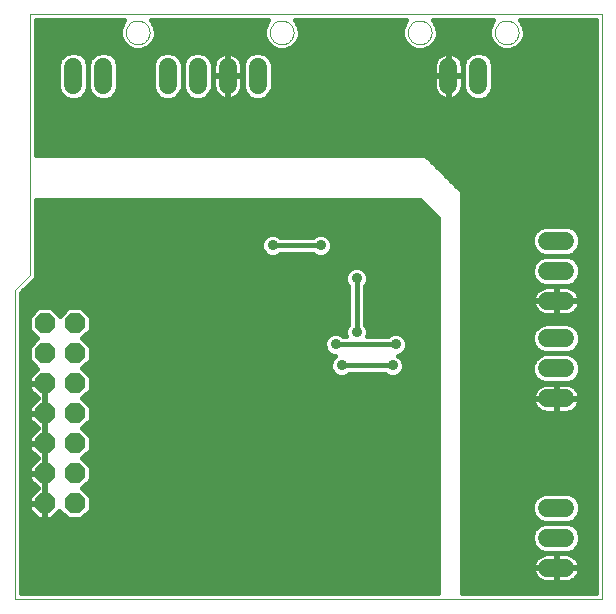
<source format=gbl>
G75*
%MOIN*%
%OFA0B0*%
%FSLAX24Y24*%
%IPPOS*%
%LPD*%
%AMOC8*
5,1,8,0,0,1.08239X$1,22.5*
%
%ADD10C,0.0000*%
%ADD11OC8,0.0672*%
%ADD12C,0.0600*%
%ADD13C,0.0160*%
%ADD14C,0.0356*%
D10*
X000380Y000380D02*
X000380Y010680D01*
X000880Y011180D01*
X000880Y019876D01*
X019950Y019876D01*
X019950Y000380D01*
X000380Y000380D01*
X004086Y019280D02*
X004088Y019319D01*
X004094Y019358D01*
X004104Y019396D01*
X004117Y019433D01*
X004134Y019468D01*
X004154Y019502D01*
X004178Y019533D01*
X004205Y019562D01*
X004234Y019588D01*
X004266Y019611D01*
X004300Y019631D01*
X004336Y019647D01*
X004373Y019659D01*
X004412Y019668D01*
X004451Y019673D01*
X004490Y019674D01*
X004529Y019671D01*
X004568Y019664D01*
X004605Y019653D01*
X004642Y019639D01*
X004677Y019621D01*
X004710Y019600D01*
X004741Y019575D01*
X004769Y019548D01*
X004794Y019518D01*
X004816Y019485D01*
X004835Y019451D01*
X004850Y019415D01*
X004862Y019377D01*
X004870Y019339D01*
X004874Y019300D01*
X004874Y019260D01*
X004870Y019221D01*
X004862Y019183D01*
X004850Y019145D01*
X004835Y019109D01*
X004816Y019075D01*
X004794Y019042D01*
X004769Y019012D01*
X004741Y018985D01*
X004710Y018960D01*
X004677Y018939D01*
X004642Y018921D01*
X004605Y018907D01*
X004568Y018896D01*
X004529Y018889D01*
X004490Y018886D01*
X004451Y018887D01*
X004412Y018892D01*
X004373Y018901D01*
X004336Y018913D01*
X004300Y018929D01*
X004266Y018949D01*
X004234Y018972D01*
X004205Y018998D01*
X004178Y019027D01*
X004154Y019058D01*
X004134Y019092D01*
X004117Y019127D01*
X004104Y019164D01*
X004094Y019202D01*
X004088Y019241D01*
X004086Y019280D01*
X008886Y019280D02*
X008888Y019319D01*
X008894Y019358D01*
X008904Y019396D01*
X008917Y019433D01*
X008934Y019468D01*
X008954Y019502D01*
X008978Y019533D01*
X009005Y019562D01*
X009034Y019588D01*
X009066Y019611D01*
X009100Y019631D01*
X009136Y019647D01*
X009173Y019659D01*
X009212Y019668D01*
X009251Y019673D01*
X009290Y019674D01*
X009329Y019671D01*
X009368Y019664D01*
X009405Y019653D01*
X009442Y019639D01*
X009477Y019621D01*
X009510Y019600D01*
X009541Y019575D01*
X009569Y019548D01*
X009594Y019518D01*
X009616Y019485D01*
X009635Y019451D01*
X009650Y019415D01*
X009662Y019377D01*
X009670Y019339D01*
X009674Y019300D01*
X009674Y019260D01*
X009670Y019221D01*
X009662Y019183D01*
X009650Y019145D01*
X009635Y019109D01*
X009616Y019075D01*
X009594Y019042D01*
X009569Y019012D01*
X009541Y018985D01*
X009510Y018960D01*
X009477Y018939D01*
X009442Y018921D01*
X009405Y018907D01*
X009368Y018896D01*
X009329Y018889D01*
X009290Y018886D01*
X009251Y018887D01*
X009212Y018892D01*
X009173Y018901D01*
X009136Y018913D01*
X009100Y018929D01*
X009066Y018949D01*
X009034Y018972D01*
X009005Y018998D01*
X008978Y019027D01*
X008954Y019058D01*
X008934Y019092D01*
X008917Y019127D01*
X008904Y019164D01*
X008894Y019202D01*
X008888Y019241D01*
X008886Y019280D01*
X013486Y019280D02*
X013488Y019319D01*
X013494Y019358D01*
X013504Y019396D01*
X013517Y019433D01*
X013534Y019468D01*
X013554Y019502D01*
X013578Y019533D01*
X013605Y019562D01*
X013634Y019588D01*
X013666Y019611D01*
X013700Y019631D01*
X013736Y019647D01*
X013773Y019659D01*
X013812Y019668D01*
X013851Y019673D01*
X013890Y019674D01*
X013929Y019671D01*
X013968Y019664D01*
X014005Y019653D01*
X014042Y019639D01*
X014077Y019621D01*
X014110Y019600D01*
X014141Y019575D01*
X014169Y019548D01*
X014194Y019518D01*
X014216Y019485D01*
X014235Y019451D01*
X014250Y019415D01*
X014262Y019377D01*
X014270Y019339D01*
X014274Y019300D01*
X014274Y019260D01*
X014270Y019221D01*
X014262Y019183D01*
X014250Y019145D01*
X014235Y019109D01*
X014216Y019075D01*
X014194Y019042D01*
X014169Y019012D01*
X014141Y018985D01*
X014110Y018960D01*
X014077Y018939D01*
X014042Y018921D01*
X014005Y018907D01*
X013968Y018896D01*
X013929Y018889D01*
X013890Y018886D01*
X013851Y018887D01*
X013812Y018892D01*
X013773Y018901D01*
X013736Y018913D01*
X013700Y018929D01*
X013666Y018949D01*
X013634Y018972D01*
X013605Y018998D01*
X013578Y019027D01*
X013554Y019058D01*
X013534Y019092D01*
X013517Y019127D01*
X013504Y019164D01*
X013494Y019202D01*
X013488Y019241D01*
X013486Y019280D01*
X016386Y019280D02*
X016388Y019319D01*
X016394Y019358D01*
X016404Y019396D01*
X016417Y019433D01*
X016434Y019468D01*
X016454Y019502D01*
X016478Y019533D01*
X016505Y019562D01*
X016534Y019588D01*
X016566Y019611D01*
X016600Y019631D01*
X016636Y019647D01*
X016673Y019659D01*
X016712Y019668D01*
X016751Y019673D01*
X016790Y019674D01*
X016829Y019671D01*
X016868Y019664D01*
X016905Y019653D01*
X016942Y019639D01*
X016977Y019621D01*
X017010Y019600D01*
X017041Y019575D01*
X017069Y019548D01*
X017094Y019518D01*
X017116Y019485D01*
X017135Y019451D01*
X017150Y019415D01*
X017162Y019377D01*
X017170Y019339D01*
X017174Y019300D01*
X017174Y019260D01*
X017170Y019221D01*
X017162Y019183D01*
X017150Y019145D01*
X017135Y019109D01*
X017116Y019075D01*
X017094Y019042D01*
X017069Y019012D01*
X017041Y018985D01*
X017010Y018960D01*
X016977Y018939D01*
X016942Y018921D01*
X016905Y018907D01*
X016868Y018896D01*
X016829Y018889D01*
X016790Y018886D01*
X016751Y018887D01*
X016712Y018892D01*
X016673Y018901D01*
X016636Y018913D01*
X016600Y018929D01*
X016566Y018949D01*
X016534Y018972D01*
X016505Y018998D01*
X016478Y019027D01*
X016454Y019058D01*
X016434Y019092D01*
X016417Y019127D01*
X016404Y019164D01*
X016394Y019202D01*
X016388Y019241D01*
X016386Y019280D01*
D11*
X002380Y009580D03*
X002380Y008580D03*
X002380Y007580D03*
X002380Y006580D03*
X002380Y005580D03*
X002380Y004580D03*
X002380Y003580D03*
X001380Y003580D03*
X001380Y004580D03*
X001380Y005580D03*
X001380Y006580D03*
X001380Y007580D03*
X001380Y008580D03*
X001380Y009580D03*
D12*
X002330Y017530D02*
X002330Y018130D01*
X003330Y018130D02*
X003330Y017530D01*
X005480Y017530D02*
X005480Y018130D01*
X006480Y018130D02*
X006480Y017530D01*
X007480Y017530D02*
X007480Y018130D01*
X008480Y018130D02*
X008480Y017530D01*
X014830Y017530D02*
X014830Y018130D01*
X015830Y018130D02*
X015830Y017530D01*
X018130Y012330D02*
X018730Y012330D01*
X018730Y011330D02*
X018130Y011330D01*
X018130Y010330D02*
X018730Y010330D01*
X018730Y009080D02*
X018130Y009080D01*
X018130Y008080D02*
X018730Y008080D01*
X018730Y007080D02*
X018130Y007080D01*
X018130Y003430D02*
X018730Y003430D01*
X018730Y002430D02*
X018130Y002430D01*
X018130Y001430D02*
X018730Y001430D01*
D13*
X018450Y001410D02*
X018450Y001450D01*
X018410Y001450D01*
X018410Y001910D01*
X018092Y001910D01*
X018018Y001898D01*
X017946Y001875D01*
X017878Y001841D01*
X017817Y001796D01*
X017764Y001743D01*
X017719Y001682D01*
X017685Y001614D01*
X017662Y001542D01*
X017650Y001468D01*
X017650Y001450D01*
X018410Y001450D01*
X018410Y001410D01*
X018450Y001410D01*
X019210Y001410D01*
X019210Y001392D01*
X019198Y001318D01*
X019175Y001246D01*
X019141Y001178D01*
X019096Y001117D01*
X019043Y001064D01*
X018982Y001019D01*
X018914Y000985D01*
X018842Y000962D01*
X018768Y000950D01*
X018450Y000950D01*
X018450Y001410D01*
X018450Y001450D02*
X019210Y001450D01*
X019210Y001468D01*
X019198Y001542D01*
X019175Y001614D01*
X019141Y001682D01*
X019096Y001743D01*
X019043Y001796D01*
X018982Y001841D01*
X018914Y001875D01*
X018842Y001898D01*
X018768Y001910D01*
X018450Y001910D01*
X018450Y001450D01*
X018450Y001490D02*
X018410Y001490D01*
X018410Y001410D02*
X017650Y001410D01*
X017650Y001392D01*
X017662Y001318D01*
X017685Y001246D01*
X017719Y001178D01*
X017764Y001117D01*
X017817Y001064D01*
X017878Y001019D01*
X017946Y000985D01*
X018018Y000962D01*
X018092Y000950D01*
X018410Y000950D01*
X018410Y001410D01*
X018410Y001331D02*
X018450Y001331D01*
X018450Y001173D02*
X018410Y001173D01*
X018410Y001014D02*
X018450Y001014D01*
X018971Y001014D02*
X019750Y001014D01*
X019750Y000856D02*
X015280Y000856D01*
X015280Y001014D02*
X017889Y001014D01*
X017724Y001173D02*
X015280Y001173D01*
X015280Y001331D02*
X017660Y001331D01*
X017653Y001490D02*
X015280Y001490D01*
X015280Y001648D02*
X017702Y001648D01*
X017832Y001807D02*
X015280Y001807D01*
X015280Y001965D02*
X017946Y001965D01*
X018031Y001930D02*
X018829Y001930D01*
X019013Y002006D01*
X019154Y002147D01*
X019230Y002331D01*
X019230Y002529D01*
X019154Y002713D01*
X019013Y002854D01*
X018829Y002930D01*
X018031Y002930D01*
X017847Y002854D01*
X017706Y002713D01*
X017630Y002529D01*
X017630Y002331D01*
X017706Y002147D01*
X017847Y002006D01*
X018031Y001930D01*
X017729Y002124D02*
X015280Y002124D01*
X015280Y002282D02*
X017650Y002282D01*
X017630Y002441D02*
X015280Y002441D01*
X015280Y002599D02*
X017659Y002599D01*
X017750Y002758D02*
X015280Y002758D01*
X015280Y002916D02*
X017997Y002916D01*
X018031Y002930D02*
X018829Y002930D01*
X019013Y003006D01*
X019154Y003147D01*
X019230Y003331D01*
X019230Y003529D01*
X019154Y003713D01*
X019013Y003854D01*
X018829Y003930D01*
X018031Y003930D01*
X017847Y003854D01*
X017706Y003713D01*
X017630Y003529D01*
X017630Y003331D01*
X017706Y003147D01*
X017847Y003006D01*
X018031Y002930D01*
X017778Y003075D02*
X015280Y003075D01*
X015280Y003233D02*
X017670Y003233D01*
X017630Y003392D02*
X015280Y003392D01*
X015280Y003550D02*
X017639Y003550D01*
X017704Y003709D02*
X015280Y003709D01*
X015280Y003867D02*
X017878Y003867D01*
X018982Y003867D02*
X019750Y003867D01*
X019750Y003709D02*
X019156Y003709D01*
X019221Y003550D02*
X019750Y003550D01*
X019750Y003392D02*
X019230Y003392D01*
X019190Y003233D02*
X019750Y003233D01*
X019750Y003075D02*
X019082Y003075D01*
X018863Y002916D02*
X019750Y002916D01*
X019750Y002758D02*
X019110Y002758D01*
X019201Y002599D02*
X019750Y002599D01*
X019750Y002441D02*
X019230Y002441D01*
X019210Y002282D02*
X019750Y002282D01*
X019750Y002124D02*
X019131Y002124D01*
X018914Y001965D02*
X019750Y001965D01*
X019750Y001807D02*
X019028Y001807D01*
X019158Y001648D02*
X019750Y001648D01*
X019750Y001490D02*
X019207Y001490D01*
X019200Y001331D02*
X019750Y001331D01*
X019750Y001173D02*
X019136Y001173D01*
X019750Y000697D02*
X015280Y000697D01*
X015280Y000580D02*
X015280Y013980D01*
X014080Y015180D01*
X001080Y015180D01*
X001080Y019676D01*
X004036Y019676D01*
X003977Y019616D01*
X003886Y019398D01*
X003886Y019162D01*
X003977Y018944D01*
X004144Y018777D01*
X004362Y018686D01*
X004598Y018686D01*
X004816Y018777D01*
X004983Y018944D01*
X005074Y019162D01*
X005074Y019398D01*
X004983Y019616D01*
X004924Y019676D01*
X008836Y019676D01*
X008777Y019616D01*
X008686Y019398D01*
X008686Y019162D01*
X008777Y018944D01*
X008944Y018777D01*
X009162Y018686D01*
X009398Y018686D01*
X009616Y018777D01*
X009783Y018944D01*
X009874Y019162D01*
X009874Y019398D01*
X009783Y019616D01*
X009724Y019676D01*
X013436Y019676D01*
X013377Y019616D01*
X013286Y019398D01*
X013286Y019162D01*
X013377Y018944D01*
X013544Y018777D01*
X013762Y018686D01*
X013998Y018686D01*
X014216Y018777D01*
X014383Y018944D01*
X014474Y019162D01*
X014474Y019398D01*
X014383Y019616D01*
X014324Y019676D01*
X016336Y019676D01*
X016277Y019616D01*
X016186Y019398D01*
X016186Y019162D01*
X016277Y018944D01*
X016444Y018777D01*
X016662Y018686D01*
X016898Y018686D01*
X017116Y018777D01*
X017283Y018944D01*
X017374Y019162D01*
X017374Y019398D01*
X017283Y019616D01*
X017224Y019676D01*
X019750Y019676D01*
X019750Y000580D01*
X015280Y000580D01*
X014480Y000580D02*
X000580Y000580D01*
X000580Y010597D01*
X001080Y011097D01*
X001080Y013680D01*
X013880Y013680D01*
X014480Y013080D01*
X014480Y000580D01*
X014480Y000697D02*
X000580Y000697D01*
X000580Y000856D02*
X014480Y000856D01*
X014480Y001014D02*
X000580Y001014D01*
X000580Y001173D02*
X014480Y001173D01*
X014480Y001331D02*
X000580Y001331D01*
X000580Y001490D02*
X014480Y001490D01*
X014480Y001648D02*
X000580Y001648D01*
X000580Y001807D02*
X014480Y001807D01*
X014480Y001965D02*
X000580Y001965D01*
X000580Y002124D02*
X014480Y002124D01*
X014480Y002282D02*
X000580Y002282D01*
X000580Y002441D02*
X014480Y002441D01*
X014480Y002599D02*
X000580Y002599D01*
X000580Y002758D02*
X014480Y002758D01*
X014480Y002916D02*
X000580Y002916D01*
X000580Y003075D02*
X001155Y003075D01*
X001166Y003064D02*
X000864Y003366D01*
X000864Y003560D01*
X001360Y003560D01*
X001360Y003600D01*
X001360Y004560D01*
X000864Y004560D01*
X000864Y004366D01*
X001150Y004080D01*
X000864Y003794D01*
X000864Y003600D01*
X001360Y003600D01*
X001400Y003600D01*
X001400Y004064D01*
X001400Y004560D01*
X001360Y004560D01*
X001360Y004600D01*
X001360Y005560D01*
X000864Y005560D01*
X000864Y005366D01*
X001150Y005080D01*
X000864Y004794D01*
X000864Y004600D01*
X001360Y004600D01*
X001400Y004600D01*
X001400Y005064D01*
X001400Y005560D01*
X001360Y005560D01*
X001360Y005600D01*
X001360Y006560D01*
X000864Y006560D01*
X000864Y006366D01*
X001150Y006080D01*
X000864Y005794D01*
X000864Y005600D01*
X001360Y005600D01*
X001400Y005600D01*
X001400Y006064D01*
X001400Y006560D01*
X001360Y006560D01*
X001360Y006600D01*
X001360Y007560D01*
X000864Y007560D01*
X000864Y007366D01*
X001150Y007080D01*
X000864Y006794D01*
X000864Y006600D01*
X001360Y006600D01*
X001400Y006600D01*
X001400Y007096D01*
X001400Y007560D01*
X001360Y007560D01*
X001360Y007600D01*
X000864Y007600D01*
X000864Y007794D01*
X001136Y008066D01*
X000844Y008358D01*
X000844Y008802D01*
X001122Y009080D01*
X000844Y009358D01*
X000844Y009802D01*
X001158Y010116D01*
X001602Y010116D01*
X001880Y009838D01*
X002158Y010116D01*
X002602Y010116D01*
X002916Y009802D01*
X002916Y009358D01*
X002638Y009080D01*
X002916Y008802D01*
X002916Y008358D01*
X002638Y008080D01*
X002916Y007802D01*
X002916Y007358D01*
X002638Y007080D01*
X002916Y006802D01*
X002916Y006358D01*
X002638Y006080D01*
X002916Y005802D01*
X002916Y005358D01*
X002638Y005080D01*
X002916Y004802D01*
X002916Y004358D01*
X002638Y004080D01*
X002916Y003802D01*
X002916Y003358D01*
X002602Y003044D01*
X002158Y003044D01*
X001866Y003336D01*
X001594Y003064D01*
X001400Y003064D01*
X001400Y003560D01*
X001360Y003560D01*
X001360Y003064D01*
X001166Y003064D01*
X001360Y003075D02*
X001400Y003075D01*
X001400Y003233D02*
X001360Y003233D01*
X001360Y003392D02*
X001400Y003392D01*
X001400Y003550D02*
X001360Y003550D01*
X001360Y003709D02*
X001400Y003709D01*
X001400Y003867D02*
X001360Y003867D01*
X001360Y004026D02*
X001400Y004026D01*
X001400Y004184D02*
X001360Y004184D01*
X001360Y004343D02*
X001400Y004343D01*
X001400Y004501D02*
X001360Y004501D01*
X001360Y004660D02*
X001400Y004660D01*
X001400Y004818D02*
X001360Y004818D01*
X001360Y004977D02*
X001400Y004977D01*
X001400Y005135D02*
X001360Y005135D01*
X001360Y005294D02*
X001400Y005294D01*
X001400Y005452D02*
X001360Y005452D01*
X001360Y005611D02*
X001400Y005611D01*
X001400Y005769D02*
X001360Y005769D01*
X001360Y005928D02*
X001400Y005928D01*
X001400Y006086D02*
X001360Y006086D01*
X001360Y006245D02*
X001400Y006245D01*
X001400Y006403D02*
X001360Y006403D01*
X001360Y006562D02*
X000580Y006562D01*
X000580Y006720D02*
X000864Y006720D01*
X000948Y006879D02*
X000580Y006879D01*
X000580Y007037D02*
X001107Y007037D01*
X001034Y007196D02*
X000580Y007196D01*
X000580Y007354D02*
X000876Y007354D01*
X000864Y007513D02*
X000580Y007513D01*
X000580Y007671D02*
X000864Y007671D01*
X000899Y007830D02*
X000580Y007830D01*
X000580Y007988D02*
X001058Y007988D01*
X001055Y008147D02*
X000580Y008147D01*
X000580Y008305D02*
X000897Y008305D01*
X000844Y008464D02*
X000580Y008464D01*
X000580Y008622D02*
X000844Y008622D01*
X000844Y008781D02*
X000580Y008781D01*
X000580Y008939D02*
X000981Y008939D01*
X001104Y009098D02*
X000580Y009098D01*
X000580Y009256D02*
X000946Y009256D01*
X000844Y009415D02*
X000580Y009415D01*
X000580Y009573D02*
X000844Y009573D01*
X000844Y009732D02*
X000580Y009732D01*
X000580Y009890D02*
X000932Y009890D01*
X001090Y010049D02*
X000580Y010049D01*
X000580Y010207D02*
X011500Y010207D01*
X011500Y010049D02*
X002670Y010049D01*
X002828Y009890D02*
X011500Y009890D01*
X011500Y009732D02*
X002916Y009732D01*
X002916Y009573D02*
X011500Y009573D01*
X011500Y009535D02*
X011459Y009494D01*
X011402Y009355D01*
X011402Y009205D01*
X011420Y009160D01*
X011335Y009160D01*
X011294Y009201D01*
X011155Y009258D01*
X011005Y009258D01*
X010866Y009201D01*
X010759Y009094D01*
X010702Y008955D01*
X010702Y008805D01*
X010759Y008666D01*
X010866Y008559D01*
X011005Y008502D01*
X011069Y008502D01*
X011066Y008501D01*
X010959Y008394D01*
X010902Y008255D01*
X010902Y008105D01*
X010959Y007966D01*
X011066Y007859D01*
X011205Y007802D01*
X011355Y007802D01*
X011494Y007859D01*
X011535Y007900D01*
X012725Y007900D01*
X012766Y007859D01*
X012905Y007802D01*
X013055Y007802D01*
X013194Y007859D01*
X013301Y007966D01*
X013358Y008105D01*
X013358Y008255D01*
X013301Y008394D01*
X013194Y008501D01*
X013173Y008509D01*
X013294Y008559D01*
X013401Y008666D01*
X013458Y008805D01*
X013458Y008955D01*
X013401Y009094D01*
X013294Y009201D01*
X013155Y009258D01*
X013005Y009258D01*
X012866Y009201D01*
X012825Y009160D01*
X012140Y009160D01*
X012158Y009205D01*
X012158Y009355D01*
X012101Y009494D01*
X012060Y009535D01*
X012060Y010825D01*
X012101Y010866D01*
X012158Y011005D01*
X012158Y011155D01*
X012101Y011294D01*
X011994Y011401D01*
X011855Y011458D01*
X011705Y011458D01*
X011566Y011401D01*
X011459Y011294D01*
X011402Y011155D01*
X011402Y011005D01*
X011459Y010866D01*
X011500Y010825D01*
X011500Y009535D01*
X011426Y009415D02*
X002916Y009415D01*
X002814Y009256D02*
X011000Y009256D01*
X011160Y009256D02*
X011402Y009256D01*
X011780Y009280D02*
X011780Y011080D01*
X012076Y010841D02*
X014480Y010841D01*
X014480Y010683D02*
X012060Y010683D01*
X012060Y010524D02*
X014480Y010524D01*
X014480Y010366D02*
X012060Y010366D01*
X012060Y010207D02*
X014480Y010207D01*
X014480Y010049D02*
X012060Y010049D01*
X012060Y009890D02*
X014480Y009890D01*
X014480Y009732D02*
X012060Y009732D01*
X012060Y009573D02*
X014480Y009573D01*
X014480Y009415D02*
X012134Y009415D01*
X012158Y009256D02*
X013000Y009256D01*
X013160Y009256D02*
X014480Y009256D01*
X014480Y009098D02*
X013397Y009098D01*
X013458Y008939D02*
X014480Y008939D01*
X014480Y008781D02*
X013448Y008781D01*
X013357Y008622D02*
X014480Y008622D01*
X014480Y008464D02*
X013231Y008464D01*
X013337Y008305D02*
X014480Y008305D01*
X014480Y008147D02*
X013358Y008147D01*
X013310Y007988D02*
X014480Y007988D01*
X014480Y007830D02*
X013122Y007830D01*
X012838Y007830D02*
X011422Y007830D01*
X011138Y007830D02*
X002889Y007830D01*
X002916Y007671D02*
X014480Y007671D01*
X014480Y007513D02*
X002916Y007513D01*
X002912Y007354D02*
X014480Y007354D01*
X014480Y007196D02*
X002754Y007196D01*
X002681Y007037D02*
X014480Y007037D01*
X014480Y006879D02*
X002840Y006879D01*
X002916Y006720D02*
X014480Y006720D01*
X014480Y006562D02*
X002916Y006562D01*
X002916Y006403D02*
X014480Y006403D01*
X014480Y006245D02*
X002803Y006245D01*
X002644Y006086D02*
X014480Y006086D01*
X014480Y005928D02*
X002791Y005928D01*
X002916Y005769D02*
X014480Y005769D01*
X014480Y005611D02*
X002916Y005611D01*
X002916Y005452D02*
X014480Y005452D01*
X014480Y005294D02*
X002852Y005294D01*
X002693Y005135D02*
X014480Y005135D01*
X014480Y004977D02*
X002742Y004977D01*
X002900Y004818D02*
X014480Y004818D01*
X014480Y004660D02*
X002916Y004660D01*
X002916Y004501D02*
X014480Y004501D01*
X014480Y004343D02*
X002901Y004343D01*
X002742Y004184D02*
X014480Y004184D01*
X014480Y004026D02*
X002693Y004026D01*
X002851Y003867D02*
X014480Y003867D01*
X014480Y003709D02*
X002916Y003709D01*
X002916Y003550D02*
X014480Y003550D01*
X014480Y003392D02*
X002916Y003392D01*
X002791Y003233D02*
X014480Y003233D01*
X014480Y003075D02*
X002633Y003075D01*
X002127Y003075D02*
X001605Y003075D01*
X001763Y003233D02*
X001969Y003233D01*
X001095Y004026D02*
X000580Y004026D01*
X000580Y004184D02*
X001046Y004184D01*
X000887Y004343D02*
X000580Y004343D01*
X000580Y004501D02*
X000864Y004501D01*
X000864Y004660D02*
X000580Y004660D01*
X000580Y004818D02*
X000888Y004818D01*
X001046Y004977D02*
X000580Y004977D01*
X000580Y005135D02*
X001095Y005135D01*
X000936Y005294D02*
X000580Y005294D01*
X000580Y005452D02*
X000864Y005452D01*
X000864Y005611D02*
X000580Y005611D01*
X000580Y005769D02*
X000864Y005769D01*
X000997Y005928D02*
X000580Y005928D01*
X000580Y006086D02*
X001144Y006086D01*
X000985Y006245D02*
X000580Y006245D01*
X000580Y006403D02*
X000864Y006403D01*
X001360Y006720D02*
X001400Y006720D01*
X001400Y006879D02*
X001360Y006879D01*
X001360Y007037D02*
X001400Y007037D01*
X001400Y007196D02*
X001360Y007196D01*
X001360Y007354D02*
X001400Y007354D01*
X001400Y007513D02*
X001360Y007513D01*
X002730Y007988D02*
X010950Y007988D01*
X010902Y008147D02*
X002705Y008147D01*
X002863Y008305D02*
X010923Y008305D01*
X011029Y008464D02*
X002916Y008464D01*
X002916Y008622D02*
X010803Y008622D01*
X010712Y008781D02*
X002916Y008781D01*
X002779Y008939D02*
X010702Y008939D01*
X010763Y009098D02*
X002656Y009098D01*
X001932Y009890D02*
X001828Y009890D01*
X001670Y010049D02*
X002090Y010049D01*
X000982Y011000D02*
X011404Y011000D01*
X011403Y011158D02*
X001080Y011158D01*
X001080Y011317D02*
X011482Y011317D01*
X011484Y010841D02*
X000824Y010841D01*
X000665Y010683D02*
X011500Y010683D01*
X011500Y010524D02*
X000580Y010524D01*
X000580Y010366D02*
X011500Y010366D01*
X012156Y011000D02*
X014480Y011000D01*
X014480Y011158D02*
X012157Y011158D01*
X012078Y011317D02*
X014480Y011317D01*
X014480Y011475D02*
X001080Y011475D01*
X001080Y011634D02*
X014480Y011634D01*
X014480Y011792D02*
X001080Y011792D01*
X001080Y011951D02*
X008675Y011951D01*
X008659Y011966D02*
X008766Y011859D01*
X008905Y011802D01*
X009055Y011802D01*
X009194Y011859D01*
X009235Y011900D01*
X010325Y011900D01*
X010366Y011859D01*
X010505Y011802D01*
X010655Y011802D01*
X010794Y011859D01*
X010901Y011966D01*
X010958Y012105D01*
X010958Y012255D01*
X010901Y012394D01*
X010794Y012501D01*
X010655Y012558D01*
X010505Y012558D01*
X010366Y012501D01*
X010325Y012460D01*
X009235Y012460D01*
X009194Y012501D01*
X009055Y012558D01*
X008905Y012558D01*
X008766Y012501D01*
X008659Y012394D01*
X008602Y012255D01*
X008602Y012105D01*
X008659Y011966D01*
X008602Y012109D02*
X001080Y012109D01*
X001080Y012268D02*
X008607Y012268D01*
X008691Y012426D02*
X001080Y012426D01*
X001080Y012585D02*
X014480Y012585D01*
X014480Y012743D02*
X001080Y012743D01*
X001080Y012902D02*
X014480Y012902D01*
X014480Y013060D02*
X001080Y013060D01*
X001080Y013219D02*
X014341Y013219D01*
X014183Y013377D02*
X001080Y013377D01*
X001080Y013536D02*
X014024Y013536D01*
X014932Y014328D02*
X019750Y014328D01*
X019750Y014170D02*
X015090Y014170D01*
X015249Y014011D02*
X019750Y014011D01*
X019750Y013853D02*
X015280Y013853D01*
X015280Y013694D02*
X019750Y013694D01*
X019750Y013536D02*
X015280Y013536D01*
X015280Y013377D02*
X019750Y013377D01*
X019750Y013219D02*
X015280Y013219D01*
X015280Y013060D02*
X019750Y013060D01*
X019750Y012902D02*
X015280Y012902D01*
X015280Y012743D02*
X017836Y012743D01*
X017847Y012754D02*
X017706Y012613D01*
X017630Y012429D01*
X017630Y012231D01*
X017706Y012047D01*
X017847Y011906D01*
X018031Y011830D01*
X017847Y011754D01*
X017706Y011613D01*
X017630Y011429D01*
X017630Y011231D01*
X017706Y011047D01*
X017847Y010906D01*
X018031Y010830D01*
X018829Y010830D01*
X019013Y010906D01*
X019154Y011047D01*
X019230Y011231D01*
X019230Y011429D01*
X019154Y011613D01*
X019013Y011754D01*
X018829Y011830D01*
X018031Y011830D01*
X018829Y011830D01*
X019013Y011906D01*
X019154Y012047D01*
X019230Y012231D01*
X019230Y012429D01*
X019154Y012613D01*
X019013Y012754D01*
X018829Y012830D01*
X018031Y012830D01*
X017847Y012754D01*
X017694Y012585D02*
X015280Y012585D01*
X015280Y012426D02*
X017630Y012426D01*
X017630Y012268D02*
X015280Y012268D01*
X015280Y012109D02*
X017680Y012109D01*
X017802Y011951D02*
X015280Y011951D01*
X015280Y011792D02*
X017939Y011792D01*
X017726Y011634D02*
X015280Y011634D01*
X015280Y011475D02*
X017649Y011475D01*
X017630Y011317D02*
X015280Y011317D01*
X015280Y011158D02*
X017660Y011158D01*
X017753Y011000D02*
X015280Y011000D01*
X015280Y010841D02*
X018004Y010841D01*
X018018Y010798D02*
X017946Y010775D01*
X017878Y010741D01*
X017817Y010696D01*
X017764Y010643D01*
X017719Y010582D01*
X017685Y010514D01*
X017662Y010442D01*
X017650Y010368D01*
X017650Y010350D01*
X018410Y010350D01*
X018410Y010810D01*
X018092Y010810D01*
X018018Y010798D01*
X017804Y010683D02*
X015280Y010683D01*
X015280Y010524D02*
X017690Y010524D01*
X017650Y010366D02*
X015280Y010366D01*
X015280Y010207D02*
X017665Y010207D01*
X017662Y010218D02*
X017685Y010146D01*
X017719Y010078D01*
X017764Y010017D01*
X017817Y009964D01*
X017878Y009919D01*
X017946Y009885D01*
X018018Y009862D01*
X018092Y009850D01*
X018410Y009850D01*
X018410Y010310D01*
X018450Y010310D01*
X018450Y010350D01*
X018410Y010350D01*
X018410Y010310D01*
X017650Y010310D01*
X017650Y010292D01*
X017662Y010218D01*
X017741Y010049D02*
X015280Y010049D01*
X015280Y009890D02*
X017936Y009890D01*
X018031Y009580D02*
X017847Y009504D01*
X017706Y009363D01*
X017630Y009179D01*
X017630Y008981D01*
X017706Y008797D01*
X017847Y008656D01*
X018031Y008580D01*
X018829Y008580D01*
X019013Y008656D01*
X019154Y008797D01*
X019230Y008981D01*
X019230Y009179D01*
X019154Y009363D01*
X019013Y009504D01*
X018829Y009580D01*
X018031Y009580D01*
X018014Y009573D02*
X015280Y009573D01*
X015280Y009415D02*
X017757Y009415D01*
X017662Y009256D02*
X015280Y009256D01*
X015280Y009098D02*
X017630Y009098D01*
X017647Y008939D02*
X015280Y008939D01*
X015280Y008781D02*
X017722Y008781D01*
X017929Y008622D02*
X015280Y008622D01*
X015280Y008464D02*
X017806Y008464D01*
X017847Y008504D02*
X017706Y008363D01*
X017630Y008179D01*
X017630Y007981D01*
X017706Y007797D01*
X017847Y007656D01*
X018031Y007580D01*
X018829Y007580D01*
X019013Y007656D01*
X019154Y007797D01*
X019230Y007981D01*
X019230Y008179D01*
X019154Y008363D01*
X019013Y008504D01*
X018829Y008580D01*
X018031Y008580D01*
X017847Y008504D01*
X017682Y008305D02*
X015280Y008305D01*
X015280Y008147D02*
X017630Y008147D01*
X017630Y007988D02*
X015280Y007988D01*
X015280Y007830D02*
X017693Y007830D01*
X017832Y007671D02*
X015280Y007671D01*
X015280Y007513D02*
X017922Y007513D01*
X017946Y007525D02*
X017878Y007491D01*
X017817Y007446D01*
X017764Y007393D01*
X017719Y007332D01*
X017685Y007264D01*
X017662Y007192D01*
X017650Y007118D01*
X017650Y007100D01*
X018410Y007100D01*
X018410Y007560D01*
X018092Y007560D01*
X018018Y007548D01*
X017946Y007525D01*
X017736Y007354D02*
X015280Y007354D01*
X015280Y007196D02*
X017663Y007196D01*
X017650Y007060D02*
X017650Y007042D01*
X017662Y006968D01*
X017685Y006896D01*
X017719Y006828D01*
X017764Y006767D01*
X017817Y006714D01*
X017878Y006669D01*
X017946Y006635D01*
X018018Y006612D01*
X018092Y006600D01*
X018410Y006600D01*
X018410Y007060D01*
X018450Y007060D01*
X018450Y007100D01*
X018410Y007100D01*
X018410Y007060D01*
X017650Y007060D01*
X017651Y007037D02*
X015280Y007037D01*
X015280Y006879D02*
X017694Y006879D01*
X017811Y006720D02*
X015280Y006720D01*
X015280Y006562D02*
X019750Y006562D01*
X019750Y006720D02*
X019049Y006720D01*
X019043Y006714D02*
X019096Y006767D01*
X019141Y006828D01*
X019175Y006896D01*
X019198Y006968D01*
X019210Y007042D01*
X019210Y007060D01*
X018450Y007060D01*
X018450Y006600D01*
X018768Y006600D01*
X018842Y006612D01*
X018914Y006635D01*
X018982Y006669D01*
X019043Y006714D01*
X019166Y006879D02*
X019750Y006879D01*
X019750Y007037D02*
X019209Y007037D01*
X019210Y007100D02*
X019210Y007118D01*
X019198Y007192D01*
X019175Y007264D01*
X019141Y007332D01*
X019096Y007393D01*
X019043Y007446D01*
X018982Y007491D01*
X018914Y007525D01*
X018842Y007548D01*
X018768Y007560D01*
X018450Y007560D01*
X018450Y007100D01*
X019210Y007100D01*
X019197Y007196D02*
X019750Y007196D01*
X019750Y007354D02*
X019124Y007354D01*
X018938Y007513D02*
X019750Y007513D01*
X019750Y007671D02*
X019028Y007671D01*
X019167Y007830D02*
X019750Y007830D01*
X019750Y007988D02*
X019230Y007988D01*
X019230Y008147D02*
X019750Y008147D01*
X019750Y008305D02*
X019178Y008305D01*
X019054Y008464D02*
X019750Y008464D01*
X019750Y008622D02*
X018931Y008622D01*
X019138Y008781D02*
X019750Y008781D01*
X019750Y008939D02*
X019213Y008939D01*
X019230Y009098D02*
X019750Y009098D01*
X019750Y009256D02*
X019198Y009256D01*
X019103Y009415D02*
X019750Y009415D01*
X019750Y009573D02*
X018846Y009573D01*
X018768Y009850D02*
X018842Y009862D01*
X018914Y009885D01*
X018982Y009919D01*
X019043Y009964D01*
X019096Y010017D01*
X019141Y010078D01*
X019175Y010146D01*
X019198Y010218D01*
X019210Y010292D01*
X019210Y010310D01*
X018450Y010310D01*
X018450Y009850D01*
X018768Y009850D01*
X018924Y009890D02*
X019750Y009890D01*
X019750Y009732D02*
X015280Y009732D01*
X014480Y011951D02*
X010885Y011951D01*
X010958Y012109D02*
X014480Y012109D01*
X014480Y012268D02*
X010953Y012268D01*
X010869Y012426D02*
X014480Y012426D01*
X014773Y014487D02*
X019750Y014487D01*
X019750Y014645D02*
X014615Y014645D01*
X014456Y014804D02*
X019750Y014804D01*
X019750Y014962D02*
X014298Y014962D01*
X014139Y015121D02*
X019750Y015121D01*
X019750Y015279D02*
X001080Y015279D01*
X001080Y015438D02*
X019750Y015438D01*
X019750Y015596D02*
X001080Y015596D01*
X001080Y015755D02*
X019750Y015755D01*
X019750Y015913D02*
X001080Y015913D01*
X001080Y016072D02*
X019750Y016072D01*
X019750Y016230D02*
X001080Y016230D01*
X001080Y016389D02*
X019750Y016389D01*
X019750Y016547D02*
X001080Y016547D01*
X001080Y016706D02*
X019750Y016706D01*
X019750Y016864D02*
X001080Y016864D01*
X001080Y017023D02*
X019750Y017023D01*
X019750Y017181D02*
X016188Y017181D01*
X016254Y017247D02*
X016113Y017106D01*
X015929Y017030D01*
X015731Y017030D01*
X015547Y017106D01*
X015406Y017247D01*
X015330Y017431D01*
X015330Y018229D01*
X015406Y018413D01*
X015547Y018554D01*
X015731Y018630D01*
X015929Y018630D01*
X016113Y018554D01*
X016254Y018413D01*
X016330Y018229D01*
X016330Y017431D01*
X016254Y017247D01*
X016292Y017340D02*
X019750Y017340D01*
X019750Y017498D02*
X016330Y017498D01*
X016330Y017657D02*
X019750Y017657D01*
X019750Y017815D02*
X016330Y017815D01*
X016330Y017974D02*
X019750Y017974D01*
X019750Y018132D02*
X016330Y018132D01*
X016305Y018291D02*
X019750Y018291D01*
X019750Y018449D02*
X016218Y018449D01*
X015984Y018608D02*
X019750Y018608D01*
X019750Y018766D02*
X017091Y018766D01*
X017264Y018925D02*
X019750Y018925D01*
X019750Y019083D02*
X017341Y019083D01*
X017374Y019242D02*
X019750Y019242D01*
X019750Y019400D02*
X017373Y019400D01*
X017307Y019559D02*
X019750Y019559D01*
X016469Y018766D02*
X014191Y018766D01*
X014364Y018925D02*
X016296Y018925D01*
X016219Y019083D02*
X014441Y019083D01*
X014474Y019242D02*
X016186Y019242D01*
X016187Y019400D02*
X014473Y019400D01*
X014407Y019559D02*
X016253Y019559D01*
X015676Y018608D02*
X014883Y018608D01*
X014868Y018610D02*
X014850Y018610D01*
X014850Y017850D01*
X014810Y017850D01*
X014810Y018610D01*
X014792Y018610D01*
X014718Y018598D01*
X014646Y018575D01*
X014578Y018541D01*
X014517Y018496D01*
X014464Y018443D01*
X014419Y018382D01*
X014385Y018314D01*
X014362Y018242D01*
X014350Y018168D01*
X014350Y017850D01*
X014810Y017850D01*
X014810Y017810D01*
X014350Y017810D01*
X014350Y017492D01*
X014362Y017418D01*
X014385Y017346D01*
X014419Y017278D01*
X014464Y017217D01*
X014517Y017164D01*
X014578Y017119D01*
X014646Y017085D01*
X014718Y017062D01*
X014792Y017050D01*
X014810Y017050D01*
X014810Y017810D01*
X014850Y017810D01*
X014850Y017850D01*
X015310Y017850D01*
X015310Y018168D01*
X015298Y018242D01*
X015275Y018314D01*
X015241Y018382D01*
X015196Y018443D01*
X015143Y018496D01*
X015082Y018541D01*
X015014Y018575D01*
X014942Y018598D01*
X014868Y018610D01*
X014850Y018608D02*
X014810Y018608D01*
X014777Y018608D02*
X008634Y018608D01*
X008579Y018630D02*
X008381Y018630D01*
X008197Y018554D01*
X008056Y018413D01*
X007980Y018229D01*
X007980Y017431D01*
X008056Y017247D01*
X008197Y017106D01*
X008381Y017030D01*
X008579Y017030D01*
X008763Y017106D01*
X008904Y017247D01*
X008980Y017431D01*
X008980Y018229D01*
X008904Y018413D01*
X008763Y018554D01*
X008579Y018630D01*
X008326Y018608D02*
X007533Y018608D01*
X007518Y018610D02*
X007592Y018598D01*
X007664Y018575D01*
X007732Y018541D01*
X007793Y018496D01*
X007846Y018443D01*
X007891Y018382D01*
X007925Y018314D01*
X007948Y018242D01*
X007960Y018168D01*
X007960Y017850D01*
X007500Y017850D01*
X007500Y017810D01*
X007960Y017810D01*
X007960Y017492D01*
X007948Y017418D01*
X007925Y017346D01*
X007891Y017278D01*
X007846Y017217D01*
X007793Y017164D01*
X007732Y017119D01*
X007664Y017085D01*
X007592Y017062D01*
X007518Y017050D01*
X007500Y017050D01*
X007500Y017810D01*
X007460Y017810D01*
X007460Y017050D01*
X007442Y017050D01*
X007368Y017062D01*
X007296Y017085D01*
X007228Y017119D01*
X007167Y017164D01*
X007114Y017217D01*
X007069Y017278D01*
X007035Y017346D01*
X007012Y017418D01*
X007000Y017492D01*
X007000Y017810D01*
X007460Y017810D01*
X007460Y017850D01*
X007460Y018610D01*
X007442Y018610D01*
X007368Y018598D01*
X007296Y018575D01*
X007228Y018541D01*
X007167Y018496D01*
X007114Y018443D01*
X007069Y018382D01*
X007035Y018314D01*
X007012Y018242D01*
X007000Y018168D01*
X007000Y017850D01*
X007460Y017850D01*
X007500Y017850D01*
X007500Y018610D01*
X007518Y018610D01*
X007500Y018608D02*
X007460Y018608D01*
X007427Y018608D02*
X006634Y018608D01*
X006579Y018630D02*
X006381Y018630D01*
X006197Y018554D01*
X006056Y018413D01*
X005980Y018229D01*
X005904Y018413D01*
X005763Y018554D01*
X005579Y018630D01*
X005381Y018630D01*
X005197Y018554D01*
X005056Y018413D01*
X004980Y018229D01*
X004980Y017431D01*
X005056Y017247D01*
X005197Y017106D01*
X005381Y017030D01*
X005579Y017030D01*
X005763Y017106D01*
X005904Y017247D01*
X005980Y017431D01*
X005980Y018229D01*
X005980Y017431D01*
X006056Y017247D01*
X006197Y017106D01*
X006381Y017030D01*
X006579Y017030D01*
X006763Y017106D01*
X006904Y017247D01*
X006980Y017431D01*
X006980Y018229D01*
X006904Y018413D01*
X006763Y018554D01*
X006579Y018630D01*
X006326Y018608D02*
X005634Y018608D01*
X005868Y018449D02*
X006092Y018449D01*
X006005Y018291D02*
X005955Y018291D01*
X005980Y018132D02*
X005980Y018132D01*
X005980Y017974D02*
X005980Y017974D01*
X005980Y017815D02*
X005980Y017815D01*
X005980Y017657D02*
X005980Y017657D01*
X005980Y017498D02*
X005980Y017498D01*
X005942Y017340D02*
X006018Y017340D01*
X006122Y017181D02*
X005838Y017181D01*
X005122Y017181D02*
X003688Y017181D01*
X003754Y017247D02*
X003830Y017431D01*
X003830Y018229D01*
X003754Y018413D01*
X003613Y018554D01*
X003429Y018630D01*
X003231Y018630D01*
X003047Y018554D01*
X002906Y018413D01*
X002830Y018229D01*
X002754Y018413D01*
X002613Y018554D01*
X002429Y018630D01*
X002231Y018630D01*
X002047Y018554D01*
X001906Y018413D01*
X001830Y018229D01*
X001830Y017431D01*
X001906Y017247D01*
X002047Y017106D01*
X002231Y017030D01*
X002429Y017030D01*
X002613Y017106D01*
X002754Y017247D01*
X002830Y017431D01*
X002830Y018229D01*
X002830Y017431D01*
X002906Y017247D01*
X003047Y017106D01*
X003231Y017030D01*
X003429Y017030D01*
X003613Y017106D01*
X003754Y017247D01*
X003792Y017340D02*
X005018Y017340D01*
X004980Y017498D02*
X003830Y017498D01*
X003830Y017657D02*
X004980Y017657D01*
X004980Y017815D02*
X003830Y017815D01*
X003830Y017974D02*
X004980Y017974D01*
X004980Y018132D02*
X003830Y018132D01*
X003805Y018291D02*
X005005Y018291D01*
X005092Y018449D02*
X003718Y018449D01*
X003484Y018608D02*
X005326Y018608D01*
X004964Y018925D02*
X008796Y018925D01*
X008719Y019083D02*
X005041Y019083D01*
X005074Y019242D02*
X008686Y019242D01*
X008687Y019400D02*
X005073Y019400D01*
X005007Y019559D02*
X008753Y019559D01*
X008969Y018766D02*
X004791Y018766D01*
X004169Y018766D02*
X001080Y018766D01*
X001080Y018608D02*
X002176Y018608D01*
X001942Y018449D02*
X001080Y018449D01*
X001080Y018291D02*
X001855Y018291D01*
X001830Y018132D02*
X001080Y018132D01*
X001080Y017974D02*
X001830Y017974D01*
X001830Y017815D02*
X001080Y017815D01*
X001080Y017657D02*
X001830Y017657D01*
X001830Y017498D02*
X001080Y017498D01*
X001080Y017340D02*
X001868Y017340D01*
X001972Y017181D02*
X001080Y017181D01*
X002484Y018608D02*
X003176Y018608D01*
X002942Y018449D02*
X002718Y018449D01*
X002805Y018291D02*
X002855Y018291D01*
X002830Y018132D02*
X002830Y018132D01*
X002830Y017974D02*
X002830Y017974D01*
X002830Y017815D02*
X002830Y017815D01*
X002830Y017657D02*
X002830Y017657D01*
X002830Y017498D02*
X002830Y017498D01*
X002792Y017340D02*
X002868Y017340D01*
X002972Y017181D02*
X002688Y017181D01*
X003996Y018925D02*
X001080Y018925D01*
X001080Y019083D02*
X003919Y019083D01*
X003886Y019242D02*
X001080Y019242D01*
X001080Y019400D02*
X003887Y019400D01*
X003953Y019559D02*
X001080Y019559D01*
X006868Y018449D02*
X007120Y018449D01*
X007027Y018291D02*
X006955Y018291D01*
X006980Y018132D02*
X007000Y018132D01*
X007000Y017974D02*
X006980Y017974D01*
X006980Y017815D02*
X007460Y017815D01*
X007500Y017815D02*
X007980Y017815D01*
X007980Y017657D02*
X007960Y017657D01*
X007960Y017498D02*
X007980Y017498D01*
X008018Y017340D02*
X007922Y017340D01*
X007810Y017181D02*
X008122Y017181D01*
X007500Y017181D02*
X007460Y017181D01*
X007460Y017340D02*
X007500Y017340D01*
X007500Y017498D02*
X007460Y017498D01*
X007460Y017657D02*
X007500Y017657D01*
X007500Y017974D02*
X007460Y017974D01*
X007460Y018132D02*
X007500Y018132D01*
X007500Y018291D02*
X007460Y018291D01*
X007460Y018449D02*
X007500Y018449D01*
X007840Y018449D02*
X008092Y018449D01*
X008005Y018291D02*
X007933Y018291D01*
X007960Y018132D02*
X007980Y018132D01*
X007980Y017974D02*
X007960Y017974D01*
X008868Y018449D02*
X014470Y018449D01*
X014377Y018291D02*
X008955Y018291D01*
X008980Y018132D02*
X014350Y018132D01*
X014350Y017974D02*
X008980Y017974D01*
X008980Y017815D02*
X014810Y017815D01*
X014850Y017815D02*
X015330Y017815D01*
X015310Y017810D02*
X014850Y017810D01*
X014850Y017050D01*
X014868Y017050D01*
X014942Y017062D01*
X015014Y017085D01*
X015082Y017119D01*
X015143Y017164D01*
X015196Y017217D01*
X015241Y017278D01*
X015275Y017346D01*
X015298Y017418D01*
X015310Y017492D01*
X015310Y017810D01*
X015310Y017657D02*
X015330Y017657D01*
X015330Y017498D02*
X015310Y017498D01*
X015272Y017340D02*
X015368Y017340D01*
X015472Y017181D02*
X015160Y017181D01*
X014850Y017181D02*
X014810Y017181D01*
X014810Y017340D02*
X014850Y017340D01*
X014850Y017498D02*
X014810Y017498D01*
X014810Y017657D02*
X014850Y017657D01*
X014850Y017974D02*
X014810Y017974D01*
X014810Y018132D02*
X014850Y018132D01*
X014850Y018291D02*
X014810Y018291D01*
X014810Y018449D02*
X014850Y018449D01*
X015190Y018449D02*
X015442Y018449D01*
X015355Y018291D02*
X015283Y018291D01*
X015310Y018132D02*
X015330Y018132D01*
X015330Y017974D02*
X015310Y017974D01*
X014388Y017340D02*
X008942Y017340D01*
X008980Y017498D02*
X014350Y017498D01*
X014350Y017657D02*
X008980Y017657D01*
X008838Y017181D02*
X014500Y017181D01*
X013569Y018766D02*
X009591Y018766D01*
X009764Y018925D02*
X013396Y018925D01*
X013319Y019083D02*
X009841Y019083D01*
X009874Y019242D02*
X013286Y019242D01*
X013287Y019400D02*
X009873Y019400D01*
X009807Y019559D02*
X013353Y019559D01*
X007150Y017181D02*
X006838Y017181D01*
X006942Y017340D02*
X007038Y017340D01*
X007000Y017498D02*
X006980Y017498D01*
X006980Y017657D02*
X007000Y017657D01*
X008980Y012180D02*
X010580Y012180D01*
X011080Y008880D02*
X013080Y008880D01*
X012980Y008180D02*
X011280Y008180D01*
X015280Y006403D02*
X019750Y006403D01*
X019750Y006245D02*
X015280Y006245D01*
X015280Y006086D02*
X019750Y006086D01*
X019750Y005928D02*
X015280Y005928D01*
X015280Y005769D02*
X019750Y005769D01*
X019750Y005611D02*
X015280Y005611D01*
X015280Y005452D02*
X019750Y005452D01*
X019750Y005294D02*
X015280Y005294D01*
X015280Y005135D02*
X019750Y005135D01*
X019750Y004977D02*
X015280Y004977D01*
X015280Y004818D02*
X019750Y004818D01*
X019750Y004660D02*
X015280Y004660D01*
X015280Y004501D02*
X019750Y004501D01*
X019750Y004343D02*
X015280Y004343D01*
X015280Y004184D02*
X019750Y004184D01*
X019750Y004026D02*
X015280Y004026D01*
X018410Y001807D02*
X018450Y001807D01*
X018450Y001648D02*
X018410Y001648D01*
X018410Y006720D02*
X018450Y006720D01*
X018450Y006879D02*
X018410Y006879D01*
X018410Y007037D02*
X018450Y007037D01*
X018450Y007196D02*
X018410Y007196D01*
X018410Y007354D02*
X018450Y007354D01*
X018450Y007513D02*
X018410Y007513D01*
X018410Y009890D02*
X018450Y009890D01*
X018450Y010049D02*
X018410Y010049D01*
X018410Y010207D02*
X018450Y010207D01*
X018450Y010350D02*
X019210Y010350D01*
X019210Y010368D01*
X019198Y010442D01*
X019175Y010514D01*
X019141Y010582D01*
X019096Y010643D01*
X019043Y010696D01*
X018982Y010741D01*
X018914Y010775D01*
X018842Y010798D01*
X018768Y010810D01*
X018450Y010810D01*
X018450Y010350D01*
X018450Y010366D02*
X018410Y010366D01*
X018410Y010524D02*
X018450Y010524D01*
X018450Y010683D02*
X018410Y010683D01*
X018856Y010841D02*
X019750Y010841D01*
X019750Y010683D02*
X019056Y010683D01*
X019170Y010524D02*
X019750Y010524D01*
X019750Y010366D02*
X019210Y010366D01*
X019195Y010207D02*
X019750Y010207D01*
X019750Y010049D02*
X019119Y010049D01*
X019107Y011000D02*
X019750Y011000D01*
X019750Y011158D02*
X019200Y011158D01*
X019230Y011317D02*
X019750Y011317D01*
X019750Y011475D02*
X019211Y011475D01*
X019134Y011634D02*
X019750Y011634D01*
X019750Y011792D02*
X018921Y011792D01*
X019058Y011951D02*
X019750Y011951D01*
X019750Y012109D02*
X019180Y012109D01*
X019230Y012268D02*
X019750Y012268D01*
X019750Y012426D02*
X019230Y012426D01*
X019166Y012585D02*
X019750Y012585D01*
X019750Y012743D02*
X019024Y012743D01*
X000937Y003867D02*
X000580Y003867D01*
X000580Y003709D02*
X000864Y003709D01*
X000864Y003550D02*
X000580Y003550D01*
X000580Y003392D02*
X000864Y003392D01*
X000997Y003233D02*
X000580Y003233D01*
D14*
X008980Y012180D03*
X010580Y012180D03*
X011780Y011080D03*
X011780Y009280D03*
X011080Y008880D03*
X011280Y008180D03*
X012980Y008180D03*
X013080Y008880D03*
M02*

</source>
